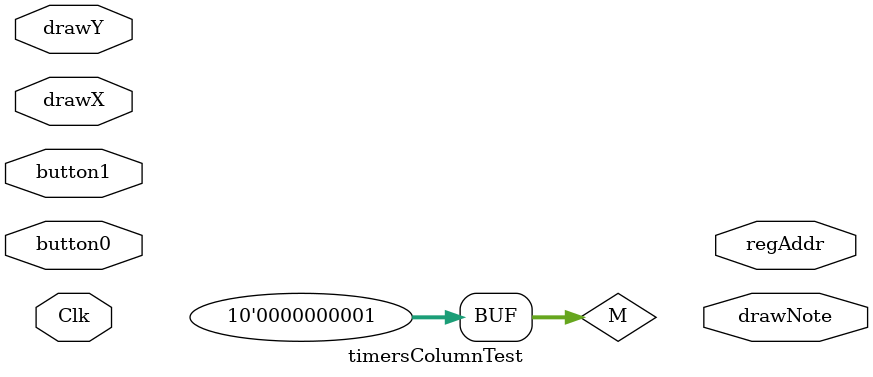
<source format=sv>



module timersColumnTest(
input Clk,
input button0,
input button1,
input drawX, drawY,
output [5:0] drawNote,
output [3:0] regAddr
);

logic divClk;
logic [9:0] divNum;

logic reset;
assign reset = ~button0; // Press button0 for reset


always_ff@(posedge Clk)
begin
	divNum <= divNum + 10'b0000000001;
	if (divNum == 10'b0000010000)
		divClk <= ~divClk;
end

logic [9:0] M;
assign M = 10'b0000000001;

logic gameTimerLoop;
singleTimer1 
#(.N(7), .Z(7'h5E)) // 7 bits, stop at x5E + x03 = 97
gameTimer (
	.Clk(divClk), .start(gameTimerLoop),
	.M(7'b0000001),
	.countActive(),
	.countEnd(gameTimerLoop),
	.countT()
);



timersColumn #
(
		.X_LEFT(10'h0F3) // left bound of the note, inclusive
)
myTimersCol
(
	.reset(reset), .frameClk(divClk), .gameClk(gameTimerLoop), 		// Start signal to change to counting state, clock signal
	.drawY(drawY), .drawX(drawX),
	.noteStart(1'b1), .strum(~button1),
	.M(M),
	//.xAddrROM(), .yAddrROM(), .drawNote(drawNote)
	.regAddr()

	);

endmodule

</source>
